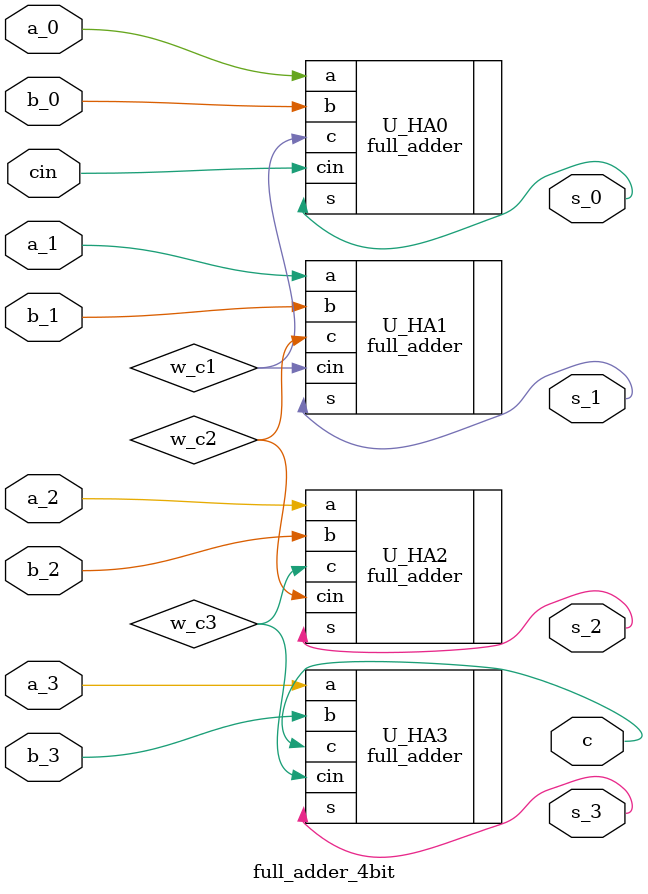
<source format=v>
`timescale 1ns / 1ps

module full_adder_4bit(
    input a_0,
    input b_0,
    input a_1,
    input b_1,
    input a_2,
    input b_2,
    input a_3,
    input b_3, 
    input cin,
    output s_0,
    output s_1,
    output s_2,
    output s_3,
    output c
);

    wire w_c1, w_c2, w_c3;
    

    
    full_adder U_HA0(
        .a(a_0),
        .b(b_0),
        .s(s_0),
        .cin(cin),
        .c(w_c1)
    );
    
    full_adder U_HA1(
        .a(a_1),   // from U_HA1 of s
        .b(b_1),
        .s(s_1),
        .cin(w_c1),  
        .c(w_c2) 
    );
    full_adder U_HA2(
        .a(a_2),
        .b(b_2),
        .s(s_2),
        .cin(w_c2),
        .c(w_c3)
    );
    
    full_adder U_HA3(
        .a(a_3),   // from U_HA1 of s
        .b(b_3),
        .s(s_3),
        .cin(w_c3),  
        .c(c) 
    );
    
    
endmodule


</source>
